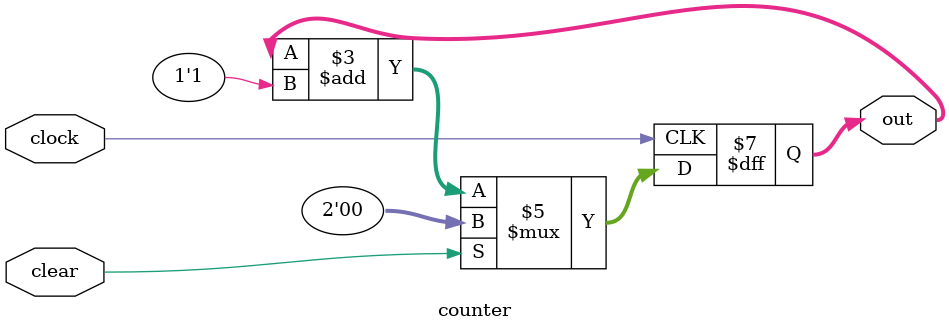
<source format=v>
module counter (clock, clear, out);
	input clear;
	input clock;
	output reg [1:0] out;

	always @ ( posedge clock )
	begin
		if (clear == 1)
			out <= 2'b00;
		else
			out <= out + 1'b1;
	end
endmodule // counter

</source>
